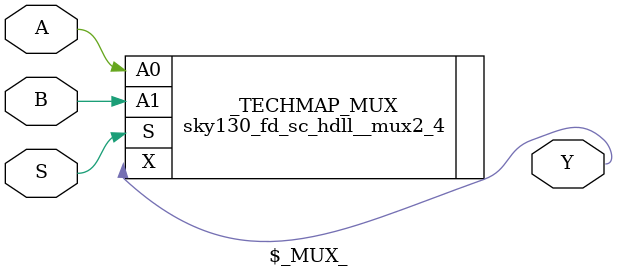
<source format=v>
module \$_MUX_ (
    output Y,
    input A,
    input B,
    input S
    );
  sky130_fd_sc_hdll__mux2_4 _TECHMAP_MUX (
      .X(Y),
      .A0(A),
      .A1(B),
      .S(S)
  );
endmodule
</source>
